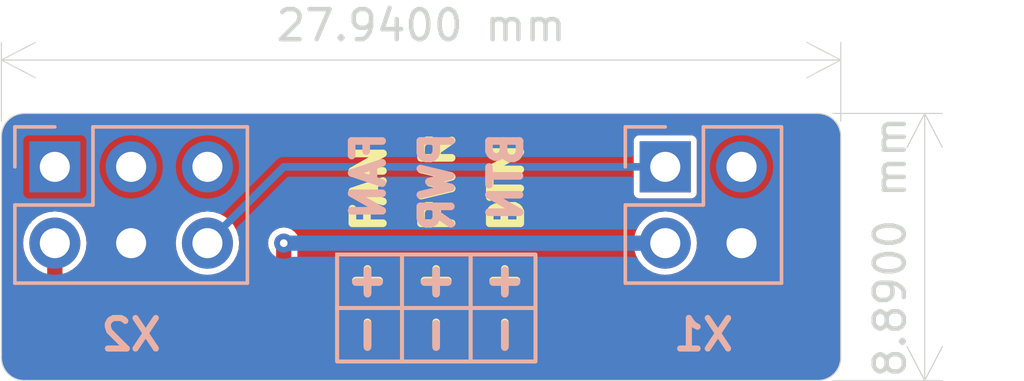
<source format=kicad_pcb>
(kicad_pcb (version 20221018) (generator pcbnew)
  (layers (0 "F.Cu" signal "Front") (31 "B.Cu" signal "Back") (34 "B.Paste" user) (35 "F.Paste" user) (36 "B.SilkS" user "B.Silkscreen") (37 "F.SilkS" user "F.Silkscreen") (38 "B.Mask" user) (39 "F.Mask" user) (44 "Edge.Cuts" user))
  (net 0 "")
  (net 1 "GND")
  (net 2 "FAN")
  (net 3 "+12V")
  (net 4 "BTN")
  (footprint "Connector_PinSocket_2.54mm:PinSocket_2x02_P2.54mm_Vertical" (layer "B.Cu") (at 99.06 88.9 180)
    (fp_text reference "X1" (at -1.27 -5.588) (layer "B.SilkS") (effects (font (size 1.016 1.016) (thickness 0.2032)) (justify mirror)))
    (fp_text value "Conn_02x02_Odd_Even")
    (fp_line (start -3.87 -3.87) (end 1.33 -3.87) (stroke (width 0.12)) (layer "B.SilkS"))
    (fp_line (start -3.87 1.33) (end -3.87 -3.87) (stroke (width 0.12)) (layer "B.SilkS"))
    (fp_line (start -3.87 1.33) (end -1.27 1.33) (stroke (width 0.12)) (layer "B.SilkS"))
    (fp_line (start -1.27 -1.27) (end 1.33 -1.27) (stroke (width 0.12)) (layer "B.SilkS"))
    (fp_line (start -1.27 1.33) (end -1.27 -1.27) (stroke (width 0.12)) (layer "B.SilkS"))
    (fp_line (start 0 1.33) (end 1.33 1.33) (stroke (width 0.12)) (layer "B.SilkS"))
    (fp_line (start 1.33 -1.27) (end 1.33 -3.87) (stroke (width 0.12)) (layer "B.SilkS"))
    (fp_line (start 1.33 1.33) (end 1.33 0) (stroke (width 0.12)) (layer "B.SilkS"))
    (pad "1" thru_hole rect (at 0 0 180) (size 1.7 1.7) (drill 1) (layers "*.Cu" "*.Mask") (net 4 "BTN"))
    (pad "2" thru_hole oval (at -2.54 0 180) (size 1.7 1.7) (drill 1) (layers "*.Cu" "*.Mask") (net 3 "+12V"))
    (pad "3" thru_hole oval (at 0 -2.54 180) (size 1.7 1.7) (drill 1) (layers "*.Cu" "*.Mask") (net 2 "FAN"))
    (pad "4" thru_hole oval (at -2.54 -2.54 180) (size 1.7 1.7) (drill 1) (layers "*.Cu" "*.Mask") (net 1 "GND"))
  )
  (footprint "Connector_PinHeader_2.54mm:PinHeader_2x03_P2.54mm_Vertical" (layer "B.Cu") (at 78.74 88.9 -90)
    (fp_text reference "X2" (at 5.588 -2.54) (layer "B.SilkS") (effects (font (size 1.016 1.016) (thickness 0.2032)) (justify mirror)))
    (fp_text value "Conn_02x03_Odd_Even")
    (fp_line (start -1.33 -6.41) (end 3.87 -6.41) (stroke (width 0.12)) (layer "B.SilkS"))
    (fp_line (start -1.33 -1.27) (end -1.33 -6.41) (stroke (width 0.12)) (layer "B.SilkS"))
    (fp_line (start -1.33 -1.27) (end 1.27 -1.27) (stroke (width 0.12)) (layer "B.SilkS"))
    (fp_line (start -1.33 0) (end -1.33 1.33) (stroke (width 0.12)) (layer "B.SilkS"))
    (fp_line (start -1.33 1.33) (end 0 1.33) (stroke (width 0.12)) (layer "B.SilkS"))
    (fp_line (start 1.27 -1.27) (end 1.27 1.33) (stroke (width 0.12)) (layer "B.SilkS"))
    (fp_line (start 1.27 1.33) (end 3.87 1.33) (stroke (width 0.12)) (layer "B.SilkS"))
    (fp_line (start 3.87 1.33) (end 3.87 -6.41) (stroke (width 0.12)) (layer "B.SilkS"))
    (pad "1" thru_hole rect (at 0 0 270) (size 1.7 1.7) (drill 1) (layers "*.Cu" "*.Mask") (net 3 "+12V"))
    (pad "2" thru_hole oval (at 2.54 0 270) (size 1.7 1.7) (drill 1) (layers "*.Cu" "*.Mask") (net 2 "FAN"))
    (pad "3" thru_hole oval (at 0 -2.54 270) (size 1.7 1.7) (drill 1) (layers "*.Cu" "*.Mask") (net 3 "+12V"))
    (pad "4" thru_hole oval (at 2.54 -2.54 270) (size 1.7 1.7) (drill 1) (layers "*.Cu" "*.Mask") (net 1 "GND"))
    (pad "5" thru_hole oval (at 0 -5.08 270) (size 1.7 1.7) (drill 1) (layers "*.Cu" "*.Mask") (net 3 "+12V"))
    (pad "6" thru_hole oval (at 2.54 -5.08 270) (size 1.7 1.7) (drill 1) (layers "*.Cu" "*.Mask") (net 4 "BTN"))
  )
  (gr_line (start 90.297 91.821) (end 90.297 95.377) (stroke (width 0.127)) (layer "B.SilkS"))
  (gr_rect (start 94.742 91.821) (end 88.138 95.377) (stroke (width 0.127)) (fill none) (layer "B.SilkS"))
  (gr_line (start 94.742 93.599) (end 88.138 93.599) (stroke (width 0.127)) (layer "B.SilkS"))
  (gr_line (start 92.583 91.821) (end 92.583 95.377) (stroke (width 0.127)) (layer "B.SilkS"))
  (gr_rect (start 88.138 91.821) (end 94.742 95.377) (stroke (width 0.127)) (fill none) (layer "F.SilkS"))
  (gr_line (start 92.583 91.821) (end 92.583 95.377) (stroke (width 0.127)) (layer "F.SilkS"))
  (gr_line (start 90.297 91.821) (end 90.297 95.377) (stroke (width 0.127)) (layer "F.SilkS"))
  (gr_line (start 88.138 93.599) (end 94.742 93.599) (stroke (width 0.127)) (layer "F.SilkS"))
  (gr_arc (start 104.14 87.122) (mid 104.678815 87.345185) (end 104.902 87.884) (stroke (width 0.0381)) (layer "Edge.Cuts"))
  (gr_arc (start 76.962 87.884) (mid 77.185185 87.345185) (end 77.724 87.122) (stroke (width 0.0381)) (layer "Edge.Cuts"))
  (gr_line (start 104.902 87.884) (end 104.902 95.25) (stroke (width 0.0381)) (layer "Edge.Cuts"))
  (gr_arc (start 104.902 95.25) (mid 104.678815 95.788815) (end 104.14 96.012) (stroke (width 0.0381)) (layer "Edge.Cuts"))
  (gr_arc (start 77.724 96.012) (mid 77.185185 95.788815) (end 76.962 95.25) (stroke (width 0.0381)) (layer "Edge.Cuts"))
  (gr_line (start 104.14 96.012) (end 77.724 96.012) (stroke (width 0.0381)) (layer "Edge.Cuts"))
  (gr_line (start 77.724 87.122) (end 104.14 87.122) (stroke (width 0.0381)) (layer "Edge.Cuts"))
  (gr_line (start 76.962 95.25) (end 76.962 87.884) (stroke (width 0.0381)) (layer "Edge.Cuts"))
  (gr_text "+" (at 91.3638 92.7354 90) (layer "B.SilkS") (effects (font (size 1.016 1.016) (thickness 0.254) bold) (justify mirror)))
  (gr_text "BTN\n" (at 93.7514 87.63 90) (layer "B.SilkS") (effects (font (size 1.016 1.016) (thickness 0.254) bold) (justify left mirror)))
  (gr_text "-" (at 91.3638 94.5134 90) (layer "B.SilkS") (effects (font (size 1.016 1.016) (thickness 0.254) bold) (justify mirror)))
  (gr_text "-" (at 89.0778 94.5134 90) (layer "B.SilkS") (effects (font (size 1.016 1.016) (thickness 0.254) bold) (justify mirror)))
  (gr_text "+" (at 93.6498 92.7354 90) (layer "B.SilkS") (effects (font (size 1.016 1.016) (thickness 0.254) bold) (justify mirror)))
  (gr_text "PWR" (at 91.4654 87.63 90) (layer "B.SilkS") (effects (font (size 1.016 1.016) (thickness 0.254) bold) (justify left mirror)))
  (gr_text "-" (at 93.6498 94.5134 90) (layer "B.SilkS") (effects (font (size 1.016 1.016) (thickness 0.254) bold) (justify mirror)))
  (gr_text "FAN\n" (at 89.1794 87.63 90) (layer "B.SilkS") (effects (font (size 1.016 1.016) (thickness 0.254) bold) (justify left mirror)))
  (gr_text "+" (at 89.0778 92.7354 90) (layer "B.SilkS") (effects (font (size 1.016 1.016) (thickness 0.254) bold) (justify mirror)))
  (gr_text "-" (at 93.6498 94.4626 90) (layer "F.SilkS") (effects (font (size 1.016 1.016) (thickness 0.254) bold)))
  (gr_text "+" (at 93.6498 92.6846 90) (layer "F.SilkS") (effects (font (size 1.016 1.016) (thickness 0.254) bold)))
  (gr_text "-" (at 89.0778 94.4626 90) (layer "F.SilkS") (effects (font (size 1.016 1.016) (thickness 0.254) bold)))
  (gr_text "FAN\n" (at 89.2048 91.186 90) (layer "F.SilkS") (effects (font (size 1.016 1.016) (thickness 0.254) bold) (justify left)))
  (gr_text "+" (at 91.3638 92.6846 90) (layer "F.SilkS") (effects (font (size 1.016 1.016) (thickness 0.254) bold)))
  (gr_text "-" (at 91.3638 94.4626 90) (layer "F.SilkS") (effects (font (size 1.016 1.016) (thickness 0.254) bold)))
  (gr_text "+" (at 89.0778 92.6846 90) (layer "F.SilkS") (effects (font (size 1.016 1.016) (thickness 0.254) bold)))
  (gr_text "PWR" (at 91.4908 91.186 90) (layer "F.SilkS") (effects (font (size 1.016 1.016) (thickness 0.254) bold) (justify left)))
  (gr_text "BTN\n" (at 93.7768 91.186 90) (layer "F.SilkS") (effects (font (size 1.016 1.016) (thickness 0.254) bold) (justify left)))
  (dimension (type aligned) (layer "Edge.Cuts") (pts (xy 104.14 87.122) (xy 104.14 96.012)) (height -3.556) (gr_text "350,0000 mils" (at 106.546 91.567 90) (layer "Edge.Cuts") (effects (font (size 1 1) (thickness 0.15)))) (format (prefix "") (suffix "") (units 3) (units_format 1) (precision 4)) (style (thickness 0.0381) (arrow_length 1.27) (text_position_mode 0) (extension_height 0.58642) (extension_offset 0.5) keep_text_aligned))
  (dimension (type aligned) (layer "Edge.Cuts") (pts (xy 76.962 87.884) (xy 104.902 87.884)) (height -2.54) (gr_text "1100,0000 mils" (at 90.932 84.194) (layer "Edge.Cuts") (effects (font (size 1 1) (thickness 0.15)))) (format (prefix "") (suffix "") (units 3) (units_format 1) (precision 4)) (style (thickness 0.0381) (arrow_length 1.27) (text_position_mode 0) (extension_height 0.58642) (extension_offset 0.5) keep_text_aligned))
  (segment (start 78.74 91.44) (end 78.74 92.964) (width 0.508) (layer "F.Cu") (net 2))
  (segment (start 78.74 92.964) (end 79.121 93.345) (width 0.508) (layer "F.Cu") (net 2))
  (segment (start 85.979 93.345) (end 86.36 92.964) (width 0.508) (layer "F.Cu") (net 2))
  (segment (start 79.121 93.345) (end 85.979 93.345) (width 0.508) (layer "F.Cu") (net 2))
  (segment (start 86.36 92.964) (end 86.36 91.44) (width 0.508) (layer "F.Cu") (net 2))
  (via (at 86.36 91.44) (size 0.635) (drill 0.254) (layers "F.Cu" "B.Cu") (net 2))
  (segment (start 86.36 91.44) (end 99.06 91.44) (width 0.508) (layer "B.Cu") (net 2))
  (segment (start 99.06 88.9) (end 86.36 88.9) (width 0.254) (layer "B.Cu") (net 4))
  (segment (start 86.36 88.9) (end 83.82 91.44) (width 0.254) (layer "B.Cu") (net 4))
  (zone (net 3) (net_name "+12V") (layer "F.Cu") (name "GND") (connect_pads yes (clearance 0.2)) (min_thickness 0.2) (fill yes (thermal_gap 0.22) (thermal_bridge_width 0.4))
    (polygon (pts (xy 104.902 96.012) (xy 76.962 96.012) (xy 76.962 87.122) (xy 104.902 87.122)))
  )
  (zone (net 1) (net_name "GND") (layer "B.Cu") (name "GND") (connect_pads yes (clearance 0.2)) (min_thickness 0.2) (fill yes (thermal_gap 0.22) (thermal_bridge_width 0.4))
    (polygon (pts (xy 104.902 96.012) (xy 76.962 96.012) (xy 76.962 87.122) (xy 104.902 87.122)))
  )
)
</source>
